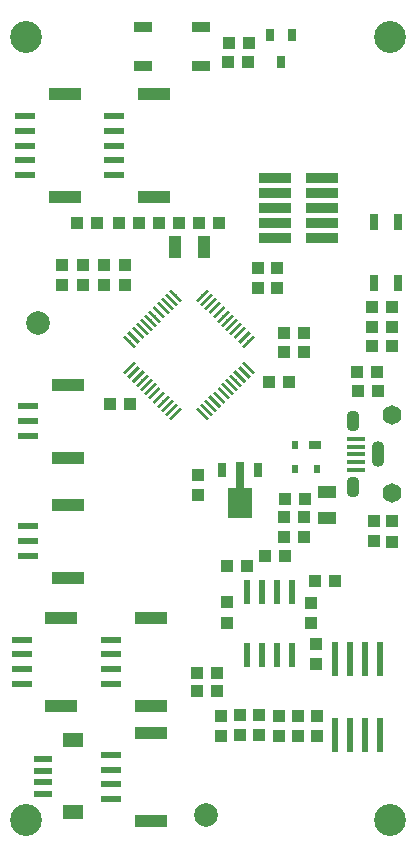
<source format=gbr>
G04 #@! TF.GenerationSoftware,KiCad,Pcbnew,(5.0.0)*
G04 #@! TF.CreationDate,2018-12-26T17:42:35-06:00*
G04 #@! TF.ProjectId,fk-sonar,666B2D736F6E61722E6B696361645F70,0.1*
G04 #@! TF.SameCoordinates,PX791ddc0PY791ddc0*
G04 #@! TF.FileFunction,Soldermask,Top*
G04 #@! TF.FilePolarity,Negative*
%FSLAX46Y46*%
G04 Gerber Fmt 4.6, Leading zero omitted, Abs format (unit mm)*
G04 Created by KiCad (PCBNEW (5.0.0)) date 12/26/18 17:42:35*
%MOMM*%
%LPD*%
G01*
G04 APERTURE LIST*
%ADD10R,0.600000X2.000000*%
%ADD11R,1.700000X0.600000*%
%ADD12R,2.800000X1.000000*%
%ADD13R,2.700000X0.950000*%
%ADD14R,0.700000X1.450000*%
%ADD15R,1.000000X1.100000*%
%ADD16R,1.100000X1.000000*%
%ADD17R,1.500000X1.000000*%
%ADD18C,0.250000*%
%ADD19C,0.100000*%
%ADD20R,1.100000X1.900000*%
%ADD21R,0.650000X1.050000*%
%ADD22R,1.500000X0.900000*%
%ADD23R,0.600000X3.000000*%
%ADD24C,2.700000*%
%ADD25R,1.000000X0.700000*%
%ADD26R,0.600000X0.700000*%
%ADD27O,1.600000X1.651000*%
%ADD28R,1.500000X0.450000*%
%ADD29O,1.100000X1.800000*%
%ADD30O,1.100000X2.200000*%
%ADD31R,1.550000X0.600000*%
%ADD32R,1.800000X1.200000*%
%ADD33C,2.000000*%
%ADD34R,0.800000X1.200000*%
%ADD35R,0.800000X2.200000*%
%ADD36R,2.000000X2.500000*%
G04 APERTURE END LIST*
D10*
G04 #@! TO.C,U3*
X19608800Y10152400D03*
X18338800Y10152400D03*
X17068800Y10152400D03*
X15798800Y10152400D03*
X15798800Y15552400D03*
X17068800Y15552400D03*
X18338800Y15552400D03*
X19608800Y15552400D03*
G04 #@! TD*
D11*
G04 #@! TO.C,J10*
X4597400Y55803800D03*
X4597400Y54553800D03*
X4597400Y53303800D03*
X4597400Y52053800D03*
X4597400Y50803800D03*
D12*
X7947400Y57653800D03*
X7947400Y48953800D03*
G04 #@! TD*
D11*
G04 #@! TO.C,J9*
X-2966000Y55814600D03*
X-2966000Y54564600D03*
X-2966000Y53314600D03*
X-2966000Y52064600D03*
X-2966000Y50814600D03*
D12*
X384000Y57664600D03*
X384000Y48964600D03*
G04 #@! TD*
D13*
G04 #@! TO.C,J2*
X22180300Y45453300D03*
X18180300Y45453300D03*
X22180300Y46723300D03*
X18180300Y46723300D03*
X22180300Y47993300D03*
X18180300Y47993300D03*
X22180300Y49263300D03*
X18180300Y49263300D03*
X22180300Y50533300D03*
X18180300Y50533300D03*
G04 #@! TD*
D14*
G04 #@! TO.C,SW1*
X26609800Y46801400D03*
X26609800Y41641400D03*
X28609800Y41641400D03*
X28609800Y46801400D03*
G04 #@! TD*
D15*
G04 #@! TO.C,C1*
X3708400Y41479100D03*
X3708400Y43179100D03*
G04 #@! TD*
G04 #@! TO.C,C2*
X5461900Y41479100D03*
X5461900Y43179100D03*
G04 #@! TD*
D16*
G04 #@! TO.C,C3*
X10082000Y46736000D03*
X8382000Y46736000D03*
G04 #@! TD*
G04 #@! TO.C,C4*
X11762000Y46736000D03*
X13462000Y46736000D03*
G04 #@! TD*
D15*
G04 #@! TO.C,C5*
X16725900Y41263200D03*
X16725900Y42963200D03*
G04 #@! TD*
G04 #@! TO.C,C6*
X18376900Y41263200D03*
X18376900Y42963200D03*
G04 #@! TD*
G04 #@! TO.C,C7*
X1930400Y41479100D03*
X1930400Y43179100D03*
G04 #@! TD*
D16*
G04 #@! TO.C,C8*
X5930000Y31432500D03*
X4230000Y31432500D03*
G04 #@! TD*
G04 #@! TO.C,C9*
X17692000Y33274000D03*
X19392000Y33274000D03*
G04 #@! TD*
G04 #@! TO.C,C12*
X18962000Y20193000D03*
X20662000Y20193000D03*
G04 #@! TD*
D15*
G04 #@! TO.C,C13*
X28130500Y21487500D03*
X28130500Y19787500D03*
G04 #@! TD*
G04 #@! TO.C,C14*
X18542000Y5041000D03*
X18542000Y3341000D03*
G04 #@! TD*
G04 #@! TO.C,C17*
X15240000Y5080000D03*
X15240000Y3380000D03*
G04 #@! TD*
G04 #@! TO.C,C18*
X16827500Y5080000D03*
X16827500Y3380000D03*
G04 #@! TD*
D16*
G04 #@! TO.C,C19*
X28091500Y36322000D03*
X26391500Y36322000D03*
G04 #@! TD*
D15*
G04 #@! TO.C,C20*
X21653500Y11137000D03*
X21653500Y9437000D03*
G04 #@! TD*
D17*
G04 #@! TO.C,F1*
X22606000Y21760000D03*
X22606000Y23960000D03*
G04 #@! TD*
D15*
G04 #@! TO.C,L1*
X152400Y41479100D03*
X152400Y43179100D03*
G04 #@! TD*
D16*
G04 #@! TO.C,L2*
X18962000Y21844000D03*
X20662000Y21844000D03*
G04 #@! TD*
G04 #@! TO.C,R2*
X26404200Y37922200D03*
X28104200Y37922200D03*
G04 #@! TD*
G04 #@! TO.C,R3*
X26404200Y39624000D03*
X28104200Y39624000D03*
G04 #@! TD*
G04 #@! TO.C,R8*
X17374500Y18605500D03*
X19074500Y18605500D03*
G04 #@! TD*
D15*
G04 #@! TO.C,R9*
X14097000Y12929500D03*
X14097000Y14629500D03*
G04 #@! TD*
D16*
G04 #@! TO.C,R10*
X15811500Y17716500D03*
X14111500Y17716500D03*
G04 #@! TD*
D15*
G04 #@! TO.C,R11*
X21717000Y5041000D03*
X21717000Y3341000D03*
G04 #@! TD*
G04 #@! TO.C,R12*
X13652500Y5041000D03*
X13652500Y3341000D03*
G04 #@! TD*
D16*
G04 #@! TO.C,R13*
X3136000Y46736000D03*
X1436000Y46736000D03*
G04 #@! TD*
G04 #@! TO.C,R14*
X4992000Y46736000D03*
X6692000Y46736000D03*
G04 #@! TD*
G04 #@! TO.C,R15*
X11596000Y7112000D03*
X13296000Y7112000D03*
G04 #@! TD*
D18*
G04 #@! TO.C,U1*
X9784029Y40638058D03*
D19*
G36*
X9236021Y41009289D02*
X9412798Y41186066D01*
X10332037Y40266827D01*
X10155260Y40090050D01*
X9236021Y41009289D01*
X9236021Y41009289D01*
G37*
D18*
X9430476Y40284505D03*
D19*
G36*
X8882468Y40655736D02*
X9059245Y40832513D01*
X9978484Y39913274D01*
X9801707Y39736497D01*
X8882468Y40655736D01*
X8882468Y40655736D01*
G37*
D18*
X9076922Y39930951D03*
D19*
G36*
X8528914Y40302182D02*
X8705691Y40478959D01*
X9624930Y39559720D01*
X9448153Y39382943D01*
X8528914Y40302182D01*
X8528914Y40302182D01*
G37*
D18*
X8723369Y39577398D03*
D19*
G36*
X8175361Y39948629D02*
X8352138Y40125406D01*
X9271377Y39206167D01*
X9094600Y39029390D01*
X8175361Y39948629D01*
X8175361Y39948629D01*
G37*
D18*
X8369816Y39223845D03*
D19*
G36*
X7821808Y39595076D02*
X7998585Y39771853D01*
X8917824Y38852614D01*
X8741047Y38675837D01*
X7821808Y39595076D01*
X7821808Y39595076D01*
G37*
D18*
X8016262Y38870291D03*
D19*
G36*
X7468254Y39241522D02*
X7645031Y39418299D01*
X8564270Y38499060D01*
X8387493Y38322283D01*
X7468254Y39241522D01*
X7468254Y39241522D01*
G37*
D18*
X7662709Y38516738D03*
D19*
G36*
X7114701Y38887969D02*
X7291478Y39064746D01*
X8210717Y38145507D01*
X8033940Y37968730D01*
X7114701Y38887969D01*
X7114701Y38887969D01*
G37*
D18*
X7309155Y38163184D03*
D19*
G36*
X6761147Y38534415D02*
X6937924Y38711192D01*
X7857163Y37791953D01*
X7680386Y37615176D01*
X6761147Y38534415D01*
X6761147Y38534415D01*
G37*
D18*
X6955602Y37809631D03*
D19*
G36*
X6407594Y38180862D02*
X6584371Y38357639D01*
X7503610Y37438400D01*
X7326833Y37261623D01*
X6407594Y38180862D01*
X6407594Y38180862D01*
G37*
D18*
X6602049Y37456078D03*
D19*
G36*
X6054041Y37827309D02*
X6230818Y38004086D01*
X7150057Y37084847D01*
X6973280Y36908070D01*
X6054041Y37827309D01*
X6054041Y37827309D01*
G37*
D18*
X6248495Y37102524D03*
D19*
G36*
X5700487Y37473755D02*
X5877264Y37650532D01*
X6796503Y36731293D01*
X6619726Y36554516D01*
X5700487Y37473755D01*
X5700487Y37473755D01*
G37*
D18*
X5894942Y36748971D03*
D19*
G36*
X5346934Y37120202D02*
X5523711Y37296979D01*
X6442950Y36377740D01*
X6266173Y36200963D01*
X5346934Y37120202D01*
X5346934Y37120202D01*
G37*
D18*
X5894942Y34486229D03*
D19*
G36*
X5523711Y33938221D02*
X5346934Y34114998D01*
X6266173Y35034237D01*
X6442950Y34857460D01*
X5523711Y33938221D01*
X5523711Y33938221D01*
G37*
D18*
X6248495Y34132676D03*
D19*
G36*
X5877264Y33584668D02*
X5700487Y33761445D01*
X6619726Y34680684D01*
X6796503Y34503907D01*
X5877264Y33584668D01*
X5877264Y33584668D01*
G37*
D18*
X6602049Y33779122D03*
D19*
G36*
X6230818Y33231114D02*
X6054041Y33407891D01*
X6973280Y34327130D01*
X7150057Y34150353D01*
X6230818Y33231114D01*
X6230818Y33231114D01*
G37*
D18*
X6955602Y33425569D03*
D19*
G36*
X6584371Y32877561D02*
X6407594Y33054338D01*
X7326833Y33973577D01*
X7503610Y33796800D01*
X6584371Y32877561D01*
X6584371Y32877561D01*
G37*
D18*
X7309155Y33072016D03*
D19*
G36*
X6937924Y32524008D02*
X6761147Y32700785D01*
X7680386Y33620024D01*
X7857163Y33443247D01*
X6937924Y32524008D01*
X6937924Y32524008D01*
G37*
D18*
X7662709Y32718462D03*
D19*
G36*
X7291478Y32170454D02*
X7114701Y32347231D01*
X8033940Y33266470D01*
X8210717Y33089693D01*
X7291478Y32170454D01*
X7291478Y32170454D01*
G37*
D18*
X8016262Y32364909D03*
D19*
G36*
X7645031Y31816901D02*
X7468254Y31993678D01*
X8387493Y32912917D01*
X8564270Y32736140D01*
X7645031Y31816901D01*
X7645031Y31816901D01*
G37*
D18*
X8369816Y32011355D03*
D19*
G36*
X7998585Y31463347D02*
X7821808Y31640124D01*
X8741047Y32559363D01*
X8917824Y32382586D01*
X7998585Y31463347D01*
X7998585Y31463347D01*
G37*
D18*
X8723369Y31657802D03*
D19*
G36*
X8352138Y31109794D02*
X8175361Y31286571D01*
X9094600Y32205810D01*
X9271377Y32029033D01*
X8352138Y31109794D01*
X8352138Y31109794D01*
G37*
D18*
X9076922Y31304249D03*
D19*
G36*
X8705691Y30756241D02*
X8528914Y30933018D01*
X9448153Y31852257D01*
X9624930Y31675480D01*
X8705691Y30756241D01*
X8705691Y30756241D01*
G37*
D18*
X9430476Y30950695D03*
D19*
G36*
X9059245Y30402687D02*
X8882468Y30579464D01*
X9801707Y31498703D01*
X9978484Y31321926D01*
X9059245Y30402687D01*
X9059245Y30402687D01*
G37*
D18*
X9784029Y30597142D03*
D19*
G36*
X9412798Y30049134D02*
X9236021Y30225911D01*
X10155260Y31145150D01*
X10332037Y30968373D01*
X9412798Y30049134D01*
X9412798Y30049134D01*
G37*
D18*
X12046771Y30597142D03*
D19*
G36*
X11498763Y30968373D02*
X11675540Y31145150D01*
X12594779Y30225911D01*
X12418002Y30049134D01*
X11498763Y30968373D01*
X11498763Y30968373D01*
G37*
D18*
X12400324Y30950695D03*
D19*
G36*
X11852316Y31321926D02*
X12029093Y31498703D01*
X12948332Y30579464D01*
X12771555Y30402687D01*
X11852316Y31321926D01*
X11852316Y31321926D01*
G37*
D18*
X12753878Y31304249D03*
D19*
G36*
X12205870Y31675480D02*
X12382647Y31852257D01*
X13301886Y30933018D01*
X13125109Y30756241D01*
X12205870Y31675480D01*
X12205870Y31675480D01*
G37*
D18*
X13107431Y31657802D03*
D19*
G36*
X12559423Y32029033D02*
X12736200Y32205810D01*
X13655439Y31286571D01*
X13478662Y31109794D01*
X12559423Y32029033D01*
X12559423Y32029033D01*
G37*
D18*
X13460984Y32011355D03*
D19*
G36*
X12912976Y32382586D02*
X13089753Y32559363D01*
X14008992Y31640124D01*
X13832215Y31463347D01*
X12912976Y32382586D01*
X12912976Y32382586D01*
G37*
D18*
X13814538Y32364909D03*
D19*
G36*
X13266530Y32736140D02*
X13443307Y32912917D01*
X14362546Y31993678D01*
X14185769Y31816901D01*
X13266530Y32736140D01*
X13266530Y32736140D01*
G37*
D18*
X14168091Y32718462D03*
D19*
G36*
X13620083Y33089693D02*
X13796860Y33266470D01*
X14716099Y32347231D01*
X14539322Y32170454D01*
X13620083Y33089693D01*
X13620083Y33089693D01*
G37*
D18*
X14521645Y33072016D03*
D19*
G36*
X13973637Y33443247D02*
X14150414Y33620024D01*
X15069653Y32700785D01*
X14892876Y32524008D01*
X13973637Y33443247D01*
X13973637Y33443247D01*
G37*
D18*
X14875198Y33425569D03*
D19*
G36*
X14327190Y33796800D02*
X14503967Y33973577D01*
X15423206Y33054338D01*
X15246429Y32877561D01*
X14327190Y33796800D01*
X14327190Y33796800D01*
G37*
D18*
X15228751Y33779122D03*
D19*
G36*
X14680743Y34150353D02*
X14857520Y34327130D01*
X15776759Y33407891D01*
X15599982Y33231114D01*
X14680743Y34150353D01*
X14680743Y34150353D01*
G37*
D18*
X15582305Y34132676D03*
D19*
G36*
X15034297Y34503907D02*
X15211074Y34680684D01*
X16130313Y33761445D01*
X15953536Y33584668D01*
X15034297Y34503907D01*
X15034297Y34503907D01*
G37*
D18*
X15935858Y34486229D03*
D19*
G36*
X15387850Y34857460D02*
X15564627Y35034237D01*
X16483866Y34114998D01*
X16307089Y33938221D01*
X15387850Y34857460D01*
X15387850Y34857460D01*
G37*
D18*
X15935858Y36748971D03*
D19*
G36*
X15564627Y36200963D02*
X15387850Y36377740D01*
X16307089Y37296979D01*
X16483866Y37120202D01*
X15564627Y36200963D01*
X15564627Y36200963D01*
G37*
D18*
X15582305Y37102524D03*
D19*
G36*
X15211074Y36554516D02*
X15034297Y36731293D01*
X15953536Y37650532D01*
X16130313Y37473755D01*
X15211074Y36554516D01*
X15211074Y36554516D01*
G37*
D18*
X15228751Y37456078D03*
D19*
G36*
X14857520Y36908070D02*
X14680743Y37084847D01*
X15599982Y38004086D01*
X15776759Y37827309D01*
X14857520Y36908070D01*
X14857520Y36908070D01*
G37*
D18*
X14875198Y37809631D03*
D19*
G36*
X14503967Y37261623D02*
X14327190Y37438400D01*
X15246429Y38357639D01*
X15423206Y38180862D01*
X14503967Y37261623D01*
X14503967Y37261623D01*
G37*
D18*
X14521645Y38163184D03*
D19*
G36*
X14150414Y37615176D02*
X13973637Y37791953D01*
X14892876Y38711192D01*
X15069653Y38534415D01*
X14150414Y37615176D01*
X14150414Y37615176D01*
G37*
D18*
X14168091Y38516738D03*
D19*
G36*
X13796860Y37968730D02*
X13620083Y38145507D01*
X14539322Y39064746D01*
X14716099Y38887969D01*
X13796860Y37968730D01*
X13796860Y37968730D01*
G37*
D18*
X13814538Y38870291D03*
D19*
G36*
X13443307Y38322283D02*
X13266530Y38499060D01*
X14185769Y39418299D01*
X14362546Y39241522D01*
X13443307Y38322283D01*
X13443307Y38322283D01*
G37*
D18*
X13460984Y39223845D03*
D19*
G36*
X13089753Y38675837D02*
X12912976Y38852614D01*
X13832215Y39771853D01*
X14008992Y39595076D01*
X13089753Y38675837D01*
X13089753Y38675837D01*
G37*
D18*
X13107431Y39577398D03*
D19*
G36*
X12736200Y39029390D02*
X12559423Y39206167D01*
X13478662Y40125406D01*
X13655439Y39948629D01*
X12736200Y39029390D01*
X12736200Y39029390D01*
G37*
D18*
X12753878Y39930951D03*
D19*
G36*
X12382647Y39382943D02*
X12205870Y39559720D01*
X13125109Y40478959D01*
X13301886Y40302182D01*
X12382647Y39382943D01*
X12382647Y39382943D01*
G37*
D18*
X12400324Y40284505D03*
D19*
G36*
X12029093Y39736497D02*
X11852316Y39913274D01*
X12771555Y40832513D01*
X12948332Y40655736D01*
X12029093Y39736497D01*
X12029093Y39736497D01*
G37*
D18*
X12046771Y40638058D03*
D19*
G36*
X11675540Y40090050D02*
X11498763Y40266827D01*
X12418002Y41186066D01*
X12594779Y41009289D01*
X11675540Y40090050D01*
X11675540Y40090050D01*
G37*
G04 #@! TD*
D20*
G04 #@! TO.C,Y1*
X9692002Y44704000D03*
X12192000Y44704000D03*
G04 #@! TD*
D21*
G04 #@! TO.C,Q1*
X19644400Y62694200D03*
X17744400Y62694200D03*
X18694400Y60394200D03*
G04 #@! TD*
D16*
G04 #@! TO.C,R1*
X14237600Y60350400D03*
X15937600Y60350400D03*
G04 #@! TD*
D22*
G04 #@! TO.C,U7*
X11924200Y60072000D03*
X11924200Y63372000D03*
X7024200Y63372000D03*
X7024200Y60072000D03*
G04 #@! TD*
D11*
G04 #@! TO.C,J1*
X-2712000Y21062000D03*
X-2712000Y19812000D03*
X-2712000Y18562000D03*
D12*
X638000Y22912000D03*
X638000Y16712000D03*
G04 #@! TD*
G04 #@! TO.C,J8*
X638000Y26872000D03*
X638000Y33072000D03*
D11*
X-2712000Y28722000D03*
X-2712000Y29972000D03*
X-2712000Y31222000D03*
G04 #@! TD*
D15*
G04 #@! TO.C,R4*
X26543000Y21551000D03*
X26543000Y19851000D03*
G04 #@! TD*
D23*
G04 #@! TO.C,U4*
X23241000Y9804000D03*
X24511000Y9804000D03*
X25781000Y9804000D03*
X27051000Y9804000D03*
X27051000Y3404000D03*
X25781000Y3404000D03*
X24511000Y3404000D03*
X23241000Y3404000D03*
G04 #@! TD*
D16*
G04 #@! TO.C,R5*
X18962000Y37465000D03*
X20662000Y37465000D03*
G04 #@! TD*
G04 #@! TO.C,R6*
X18962000Y35877500D03*
X20662000Y35877500D03*
G04 #@! TD*
D24*
G04 #@! TO.C,M1*
X27902800Y62539200D03*
G04 #@! TD*
G04 #@! TO.C,M3*
X-2900000Y-3760800D03*
G04 #@! TD*
G04 #@! TO.C,M4*
X27902800Y-3760800D03*
G04 #@! TD*
G04 #@! TO.C,M6*
X-2900000Y62539200D03*
G04 #@! TD*
D16*
G04 #@! TO.C,C10*
X20725500Y23431500D03*
X19025500Y23431500D03*
G04 #@! TD*
D15*
G04 #@! TO.C,C11*
X11684000Y25424500D03*
X11684000Y23724500D03*
G04 #@! TD*
D16*
G04 #@! TO.C,C15*
X21565500Y16446500D03*
X23265500Y16446500D03*
G04 #@! TD*
D15*
G04 #@! TO.C,C16*
X20129500Y3341000D03*
X20129500Y5041000D03*
G04 #@! TD*
D16*
G04 #@! TO.C,D1*
X15963000Y61976000D03*
X14263000Y61976000D03*
G04 #@! TD*
D25*
G04 #@! TO.C,D2*
X21578000Y27940000D03*
D26*
X19878000Y27940000D03*
X19878000Y25940000D03*
X21778000Y25940000D03*
G04 #@! TD*
D16*
G04 #@! TO.C,D3*
X25146000Y34163000D03*
X26846000Y34163000D03*
G04 #@! TD*
D27*
G04 #@! TO.C,J3*
X28134500Y23878000D03*
X28134500Y30478000D03*
G04 #@! TD*
D28*
G04 #@! TO.C,J4*
X25024000Y25878000D03*
D29*
X24774000Y24378000D03*
X24774000Y29978000D03*
D28*
X25024000Y27178000D03*
X25024000Y26528000D03*
X25024000Y27828000D03*
X25024000Y28478000D03*
D30*
X26924000Y27178000D03*
G04 #@! TD*
D11*
G04 #@! TO.C,J6*
X4323800Y1722600D03*
X4323800Y472600D03*
X4323800Y-777400D03*
X4323800Y-2027400D03*
D12*
X7673800Y3572600D03*
X7673800Y-3877400D03*
G04 #@! TD*
D31*
G04 #@! TO.C,J11*
X-1426600Y1398400D03*
X-1426600Y398400D03*
X-1426600Y-601600D03*
X-1426600Y-1601600D03*
D32*
X1098400Y-3151600D03*
X1098400Y2948400D03*
G04 #@! TD*
D12*
G04 #@! TO.C,J12*
X104600Y5876200D03*
X104600Y13326200D03*
D11*
X-3245400Y7726200D03*
X-3245400Y8976200D03*
X-3245400Y10226200D03*
X-3245400Y11476200D03*
G04 #@! TD*
G04 #@! TO.C,J13*
X4349200Y11476200D03*
X4349200Y10226200D03*
X4349200Y8976200D03*
X4349200Y7726200D03*
D12*
X7699200Y13326200D03*
X7699200Y5876200D03*
G04 #@! TD*
D33*
G04 #@! TO.C,M2*
X12319000Y-3365500D03*
G04 #@! TD*
G04 #@! TO.C,M5*
X-1905000Y38290500D03*
G04 #@! TD*
D15*
G04 #@! TO.C,R7*
X21272500Y14566000D03*
X21272500Y12866000D03*
G04 #@! TD*
D16*
G04 #@! TO.C,R16*
X11596000Y8636000D03*
X13296000Y8636000D03*
G04 #@! TD*
G04 #@! TO.C,R17*
X25185000Y32575500D03*
X26885000Y32575500D03*
G04 #@! TD*
D34*
G04 #@! TO.C,U2*
X16740000Y25880000D03*
D35*
X15240000Y25380000D03*
D34*
X13740000Y25880000D03*
D36*
X15240000Y23030000D03*
G04 #@! TD*
M02*

</source>
